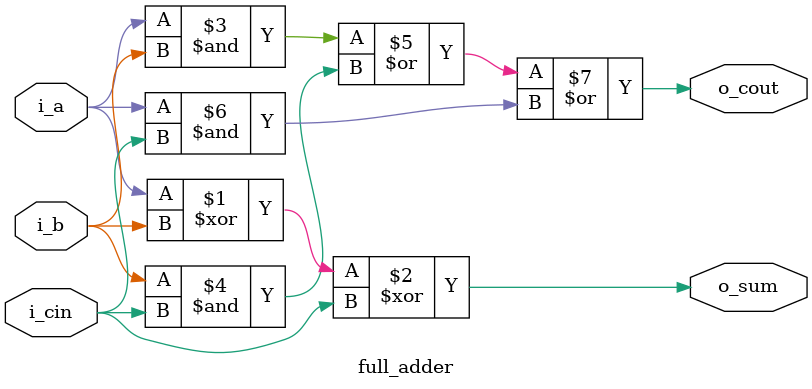
<source format=sv>

`timescale 1ns/1ps

module full_adder (
  input  logic i_a,      // premier bit
  input  logic i_b,      // deuxième bit
  input  logic i_cin,    // carry in
  output logic o_sum,    // résultat (a + b + cin) LSB
  output logic o_cout    // carry out
);

  // Comportement combinatoire simple
  // sum = a ^ b ^ cin
  // cout = majority(a,b,cin) = (a & b) | (b & cin) | (a & cin)

  assign o_sum  = i_a ^ i_b ^ i_cin;
  assign o_cout = (i_a & i_b) | (i_b & i_cin) | (i_a & i_cin);

endmodule : full_adder

</source>
